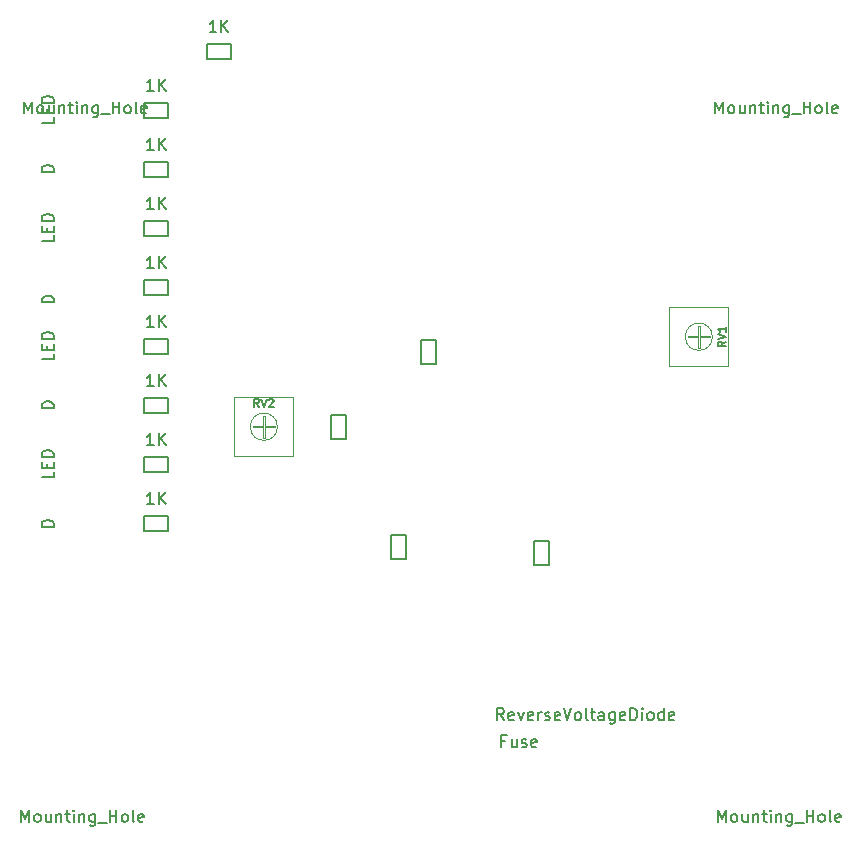
<source format=gbr>
G04 #@! TF.GenerationSoftware,KiCad,Pcbnew,5.0.0-rc2*
G04 #@! TF.CreationDate,2019-05-01T21:11:32-04:00*
G04 #@! TF.ProjectId,gassensor,67617373656E736F722E6B696361645F,rev?*
G04 #@! TF.SameCoordinates,Original*
G04 #@! TF.FileFunction,Other,Fab,Top*
%FSLAX46Y46*%
G04 Gerber Fmt 4.6, Leading zero omitted, Abs format (unit mm)*
G04 Created by KiCad (PCBNEW 5.0.0-rc2) date Wed May  1 21:11:32 2019*
%MOMM*%
%LPD*%
G01*
G04 APERTURE LIST*
%ADD10C,0.150000*%
%ADD11C,0.100000*%
G04 APERTURE END LIST*
D10*
G04 #@! TO.C,C1*
X130165000Y-108950000D02*
X128915000Y-108950000D01*
X130165000Y-106950000D02*
X130165000Y-108950000D01*
X128915000Y-106950000D02*
X130165000Y-106950000D01*
X128915000Y-108950000D02*
X128915000Y-106950000D01*
G04 #@! TO.C,C2*
X142230000Y-107458000D02*
X142230000Y-109458000D01*
X142230000Y-109458000D02*
X140980000Y-109458000D01*
X140980000Y-109458000D02*
X140980000Y-107458000D01*
X140980000Y-107458000D02*
X142230000Y-107458000D01*
G04 #@! TO.C,R1*
X131455000Y-92440000D02*
X131455000Y-90440000D01*
X131455000Y-90440000D02*
X132705000Y-90440000D01*
X132705000Y-90440000D02*
X132705000Y-92440000D01*
X132705000Y-92440000D02*
X131455000Y-92440000D01*
G04 #@! TO.C,R2*
X115300000Y-65415000D02*
X115300000Y-66665000D01*
X113300000Y-65415000D02*
X115300000Y-65415000D01*
X113300000Y-66665000D02*
X113300000Y-65415000D01*
X115300000Y-66665000D02*
X113300000Y-66665000D01*
G04 #@! TO.C,R3*
X110000000Y-71625000D02*
X108000000Y-71625000D01*
X108000000Y-71625000D02*
X108000000Y-70375000D01*
X108000000Y-70375000D02*
X110000000Y-70375000D01*
X110000000Y-70375000D02*
X110000000Y-71625000D01*
G04 #@! TO.C,R4*
X110000000Y-75375000D02*
X110000000Y-76625000D01*
X108000000Y-75375000D02*
X110000000Y-75375000D01*
X108000000Y-76625000D02*
X108000000Y-75375000D01*
X110000000Y-76625000D02*
X108000000Y-76625000D01*
G04 #@! TO.C,R5*
X110000000Y-81625000D02*
X108000000Y-81625000D01*
X108000000Y-81625000D02*
X108000000Y-80375000D01*
X108000000Y-80375000D02*
X110000000Y-80375000D01*
X110000000Y-80375000D02*
X110000000Y-81625000D01*
G04 #@! TO.C,R6*
X110000000Y-85375000D02*
X110000000Y-86625000D01*
X108000000Y-85375000D02*
X110000000Y-85375000D01*
X108000000Y-86625000D02*
X108000000Y-85375000D01*
X110000000Y-86625000D02*
X108000000Y-86625000D01*
G04 #@! TO.C,R7*
X110000000Y-91625000D02*
X108000000Y-91625000D01*
X108000000Y-91625000D02*
X108000000Y-90375000D01*
X108000000Y-90375000D02*
X110000000Y-90375000D01*
X110000000Y-90375000D02*
X110000000Y-91625000D01*
G04 #@! TO.C,R8*
X110000000Y-96625000D02*
X108000000Y-96625000D01*
X108000000Y-96625000D02*
X108000000Y-95375000D01*
X108000000Y-95375000D02*
X110000000Y-95375000D01*
X110000000Y-95375000D02*
X110000000Y-96625000D01*
G04 #@! TO.C,R9*
X110000000Y-101625000D02*
X108000000Y-101625000D01*
X108000000Y-101625000D02*
X108000000Y-100375000D01*
X108000000Y-100375000D02*
X110000000Y-100375000D01*
X110000000Y-100375000D02*
X110000000Y-101625000D01*
G04 #@! TO.C,R10*
X110000000Y-105375000D02*
X110000000Y-106625000D01*
X108000000Y-105375000D02*
X110000000Y-105375000D01*
X108000000Y-106625000D02*
X108000000Y-105375000D01*
X110000000Y-106625000D02*
X108000000Y-106625000D01*
D11*
G04 #@! TO.C,RV1*
X156090000Y-90170000D02*
G75*
G03X156090000Y-90170000I-1150000J0D01*
G01*
X157440000Y-87670000D02*
X152440000Y-87670000D01*
X152440000Y-87670000D02*
X152440000Y-92670000D01*
X152440000Y-92670000D02*
X157440000Y-92670000D01*
X157440000Y-92670000D02*
X157440000Y-87670000D01*
X154998000Y-89250000D02*
X154998000Y-90112000D01*
X154998000Y-90112000D02*
X155860000Y-90112000D01*
X155860000Y-90112000D02*
X155860000Y-90228000D01*
X155860000Y-90228000D02*
X154998000Y-90228000D01*
X154998000Y-90228000D02*
X154998000Y-91090000D01*
X154998000Y-91090000D02*
X154882000Y-91090000D01*
X154882000Y-91090000D02*
X154882000Y-90228000D01*
X154882000Y-90228000D02*
X154020000Y-90228000D01*
X154020000Y-90228000D02*
X154020000Y-90112000D01*
X154020000Y-90112000D02*
X154882000Y-90112000D01*
X154882000Y-90112000D02*
X154882000Y-89250000D01*
X154882000Y-89250000D02*
X154998000Y-89250000D01*
D10*
G04 #@! TO.C,R13*
X125085000Y-98790000D02*
X123835000Y-98790000D01*
X125085000Y-96790000D02*
X125085000Y-98790000D01*
X123835000Y-96790000D02*
X125085000Y-96790000D01*
X123835000Y-98790000D02*
X123835000Y-96790000D01*
D11*
G04 #@! TO.C,RV2*
X119260000Y-97790000D02*
G75*
G03X119260000Y-97790000I-1150000J0D01*
G01*
X115610000Y-95290000D02*
X115610000Y-100290000D01*
X115610000Y-100290000D02*
X120610000Y-100290000D01*
X120610000Y-100290000D02*
X120610000Y-95290000D01*
X120610000Y-95290000D02*
X115610000Y-95290000D01*
X117190000Y-97732000D02*
X118052000Y-97732000D01*
X118052000Y-97732000D02*
X118052000Y-96870000D01*
X118052000Y-96870000D02*
X118168000Y-96870000D01*
X118168000Y-96870000D02*
X118168000Y-97732000D01*
X118168000Y-97732000D02*
X119030000Y-97732000D01*
X119030000Y-97732000D02*
X119030000Y-97848000D01*
X119030000Y-97848000D02*
X118168000Y-97848000D01*
X118168000Y-97848000D02*
X118168000Y-98710000D01*
X118168000Y-98710000D02*
X118052000Y-98710000D01*
X118052000Y-98710000D02*
X118052000Y-97848000D01*
X118052000Y-97848000D02*
X117190000Y-97848000D01*
X117190000Y-97848000D02*
X117190000Y-97732000D01*
G04 #@! TD*
G04 #@! TO.C,D1*
D10*
X138436578Y-122623840D02*
X138103244Y-122147650D01*
X137865149Y-122623840D02*
X137865149Y-121623840D01*
X138246101Y-121623840D01*
X138341340Y-121671460D01*
X138388959Y-121719079D01*
X138436578Y-121814317D01*
X138436578Y-121957174D01*
X138388959Y-122052412D01*
X138341340Y-122100031D01*
X138246101Y-122147650D01*
X137865149Y-122147650D01*
X139246101Y-122576221D02*
X139150863Y-122623840D01*
X138960387Y-122623840D01*
X138865149Y-122576221D01*
X138817530Y-122480983D01*
X138817530Y-122100031D01*
X138865149Y-122004793D01*
X138960387Y-121957174D01*
X139150863Y-121957174D01*
X139246101Y-122004793D01*
X139293720Y-122100031D01*
X139293720Y-122195269D01*
X138817530Y-122290507D01*
X139627054Y-121957174D02*
X139865149Y-122623840D01*
X140103244Y-121957174D01*
X140865149Y-122576221D02*
X140769911Y-122623840D01*
X140579435Y-122623840D01*
X140484197Y-122576221D01*
X140436578Y-122480983D01*
X140436578Y-122100031D01*
X140484197Y-122004793D01*
X140579435Y-121957174D01*
X140769911Y-121957174D01*
X140865149Y-122004793D01*
X140912768Y-122100031D01*
X140912768Y-122195269D01*
X140436578Y-122290507D01*
X141341340Y-122623840D02*
X141341340Y-121957174D01*
X141341340Y-122147650D02*
X141388959Y-122052412D01*
X141436578Y-122004793D01*
X141531816Y-121957174D01*
X141627054Y-121957174D01*
X141912768Y-122576221D02*
X142008006Y-122623840D01*
X142198482Y-122623840D01*
X142293720Y-122576221D01*
X142341340Y-122480983D01*
X142341340Y-122433364D01*
X142293720Y-122338126D01*
X142198482Y-122290507D01*
X142055625Y-122290507D01*
X141960387Y-122242888D01*
X141912768Y-122147650D01*
X141912768Y-122100031D01*
X141960387Y-122004793D01*
X142055625Y-121957174D01*
X142198482Y-121957174D01*
X142293720Y-122004793D01*
X143150863Y-122576221D02*
X143055625Y-122623840D01*
X142865149Y-122623840D01*
X142769911Y-122576221D01*
X142722292Y-122480983D01*
X142722292Y-122100031D01*
X142769911Y-122004793D01*
X142865149Y-121957174D01*
X143055625Y-121957174D01*
X143150863Y-122004793D01*
X143198482Y-122100031D01*
X143198482Y-122195269D01*
X142722292Y-122290507D01*
X143484197Y-121623840D02*
X143817530Y-122623840D01*
X144150863Y-121623840D01*
X144627054Y-122623840D02*
X144531816Y-122576221D01*
X144484197Y-122528602D01*
X144436578Y-122433364D01*
X144436578Y-122147650D01*
X144484197Y-122052412D01*
X144531816Y-122004793D01*
X144627054Y-121957174D01*
X144769911Y-121957174D01*
X144865149Y-122004793D01*
X144912768Y-122052412D01*
X144960387Y-122147650D01*
X144960387Y-122433364D01*
X144912768Y-122528602D01*
X144865149Y-122576221D01*
X144769911Y-122623840D01*
X144627054Y-122623840D01*
X145531816Y-122623840D02*
X145436578Y-122576221D01*
X145388959Y-122480983D01*
X145388959Y-121623840D01*
X145769911Y-121957174D02*
X146150863Y-121957174D01*
X145912768Y-121623840D02*
X145912768Y-122480983D01*
X145960387Y-122576221D01*
X146055625Y-122623840D01*
X146150863Y-122623840D01*
X146912768Y-122623840D02*
X146912768Y-122100031D01*
X146865149Y-122004793D01*
X146769911Y-121957174D01*
X146579435Y-121957174D01*
X146484197Y-122004793D01*
X146912768Y-122576221D02*
X146817530Y-122623840D01*
X146579435Y-122623840D01*
X146484197Y-122576221D01*
X146436578Y-122480983D01*
X146436578Y-122385745D01*
X146484197Y-122290507D01*
X146579435Y-122242888D01*
X146817530Y-122242888D01*
X146912768Y-122195269D01*
X147817530Y-121957174D02*
X147817530Y-122766698D01*
X147769911Y-122861936D01*
X147722292Y-122909555D01*
X147627054Y-122957174D01*
X147484197Y-122957174D01*
X147388959Y-122909555D01*
X147817530Y-122576221D02*
X147722292Y-122623840D01*
X147531816Y-122623840D01*
X147436578Y-122576221D01*
X147388959Y-122528602D01*
X147341340Y-122433364D01*
X147341340Y-122147650D01*
X147388959Y-122052412D01*
X147436578Y-122004793D01*
X147531816Y-121957174D01*
X147722292Y-121957174D01*
X147817530Y-122004793D01*
X148674673Y-122576221D02*
X148579435Y-122623840D01*
X148388959Y-122623840D01*
X148293720Y-122576221D01*
X148246101Y-122480983D01*
X148246101Y-122100031D01*
X148293720Y-122004793D01*
X148388959Y-121957174D01*
X148579435Y-121957174D01*
X148674673Y-122004793D01*
X148722292Y-122100031D01*
X148722292Y-122195269D01*
X148246101Y-122290507D01*
X149150863Y-122623840D02*
X149150863Y-121623840D01*
X149388959Y-121623840D01*
X149531816Y-121671460D01*
X149627054Y-121766698D01*
X149674673Y-121861936D01*
X149722292Y-122052412D01*
X149722292Y-122195269D01*
X149674673Y-122385745D01*
X149627054Y-122480983D01*
X149531816Y-122576221D01*
X149388959Y-122623840D01*
X149150863Y-122623840D01*
X150150863Y-122623840D02*
X150150863Y-121957174D01*
X150150863Y-121623840D02*
X150103244Y-121671460D01*
X150150863Y-121719079D01*
X150198482Y-121671460D01*
X150150863Y-121623840D01*
X150150863Y-121719079D01*
X150769911Y-122623840D02*
X150674673Y-122576221D01*
X150627054Y-122528602D01*
X150579435Y-122433364D01*
X150579435Y-122147650D01*
X150627054Y-122052412D01*
X150674673Y-122004793D01*
X150769911Y-121957174D01*
X150912768Y-121957174D01*
X151008006Y-122004793D01*
X151055625Y-122052412D01*
X151103244Y-122147650D01*
X151103244Y-122433364D01*
X151055625Y-122528602D01*
X151008006Y-122576221D01*
X150912768Y-122623840D01*
X150769911Y-122623840D01*
X151960387Y-122623840D02*
X151960387Y-121623840D01*
X151960387Y-122576221D02*
X151865149Y-122623840D01*
X151674673Y-122623840D01*
X151579435Y-122576221D01*
X151531816Y-122528602D01*
X151484197Y-122433364D01*
X151484197Y-122147650D01*
X151531816Y-122052412D01*
X151579435Y-122004793D01*
X151674673Y-121957174D01*
X151865149Y-121957174D01*
X151960387Y-122004793D01*
X152817530Y-122576221D02*
X152722292Y-122623840D01*
X152531816Y-122623840D01*
X152436578Y-122576221D01*
X152388959Y-122480983D01*
X152388959Y-122100031D01*
X152436578Y-122004793D01*
X152531816Y-121957174D01*
X152722292Y-121957174D01*
X152817530Y-122004793D01*
X152865149Y-122100031D01*
X152865149Y-122195269D01*
X152388959Y-122290507D01*
G04 #@! TO.C,D3*
X100302380Y-71592857D02*
X100302380Y-72069047D01*
X99302380Y-72069047D01*
X99778571Y-71259523D02*
X99778571Y-70926190D01*
X100302380Y-70783333D02*
X100302380Y-71259523D01*
X99302380Y-71259523D01*
X99302380Y-70783333D01*
X100302380Y-70354761D02*
X99302380Y-70354761D01*
X99302380Y-70116666D01*
X99350000Y-69973809D01*
X99445238Y-69878571D01*
X99540476Y-69830952D01*
X99730952Y-69783333D01*
X99873809Y-69783333D01*
X100064285Y-69830952D01*
X100159523Y-69878571D01*
X100254761Y-69973809D01*
X100302380Y-70116666D01*
X100302380Y-70354761D01*
G04 #@! TO.C,D4*
X100302380Y-76211904D02*
X99302380Y-76211904D01*
X99302380Y-75973809D01*
X99350000Y-75830952D01*
X99445238Y-75735714D01*
X99540476Y-75688095D01*
X99730952Y-75640476D01*
X99873809Y-75640476D01*
X100064285Y-75688095D01*
X100159523Y-75735714D01*
X100254761Y-75830952D01*
X100302380Y-75973809D01*
X100302380Y-76211904D01*
G04 #@! TO.C,D5*
X100302380Y-81592857D02*
X100302380Y-82069047D01*
X99302380Y-82069047D01*
X99778571Y-81259523D02*
X99778571Y-80926190D01*
X100302380Y-80783333D02*
X100302380Y-81259523D01*
X99302380Y-81259523D01*
X99302380Y-80783333D01*
X100302380Y-80354761D02*
X99302380Y-80354761D01*
X99302380Y-80116666D01*
X99350000Y-79973809D01*
X99445238Y-79878571D01*
X99540476Y-79830952D01*
X99730952Y-79783333D01*
X99873809Y-79783333D01*
X100064285Y-79830952D01*
X100159523Y-79878571D01*
X100254761Y-79973809D01*
X100302380Y-80116666D01*
X100302380Y-80354761D01*
G04 #@! TO.C,D6*
X100332380Y-87251904D02*
X99332380Y-87251904D01*
X99332380Y-87013809D01*
X99380000Y-86870952D01*
X99475238Y-86775714D01*
X99570476Y-86728095D01*
X99760952Y-86680476D01*
X99903809Y-86680476D01*
X100094285Y-86728095D01*
X100189523Y-86775714D01*
X100284761Y-86870952D01*
X100332380Y-87013809D01*
X100332380Y-87251904D01*
G04 #@! TO.C,D7*
X100302380Y-91592857D02*
X100302380Y-92069047D01*
X99302380Y-92069047D01*
X99778571Y-91259523D02*
X99778571Y-90926190D01*
X100302380Y-90783333D02*
X100302380Y-91259523D01*
X99302380Y-91259523D01*
X99302380Y-90783333D01*
X100302380Y-90354761D02*
X99302380Y-90354761D01*
X99302380Y-90116666D01*
X99350000Y-89973809D01*
X99445238Y-89878571D01*
X99540476Y-89830952D01*
X99730952Y-89783333D01*
X99873809Y-89783333D01*
X100064285Y-89830952D01*
X100159523Y-89878571D01*
X100254761Y-89973809D01*
X100302380Y-90116666D01*
X100302380Y-90354761D01*
G04 #@! TO.C,D8*
X100302380Y-96211904D02*
X99302380Y-96211904D01*
X99302380Y-95973809D01*
X99350000Y-95830952D01*
X99445238Y-95735714D01*
X99540476Y-95688095D01*
X99730952Y-95640476D01*
X99873809Y-95640476D01*
X100064285Y-95688095D01*
X100159523Y-95735714D01*
X100254761Y-95830952D01*
X100302380Y-95973809D01*
X100302380Y-96211904D01*
G04 #@! TO.C,D9*
X100302380Y-101592857D02*
X100302380Y-102069047D01*
X99302380Y-102069047D01*
X99778571Y-101259523D02*
X99778571Y-100926190D01*
X100302380Y-100783333D02*
X100302380Y-101259523D01*
X99302380Y-101259523D01*
X99302380Y-100783333D01*
X100302380Y-100354761D02*
X99302380Y-100354761D01*
X99302380Y-100116666D01*
X99350000Y-99973809D01*
X99445238Y-99878571D01*
X99540476Y-99830952D01*
X99730952Y-99783333D01*
X99873809Y-99783333D01*
X100064285Y-99830952D01*
X100159523Y-99878571D01*
X100254761Y-99973809D01*
X100302380Y-100116666D01*
X100302380Y-100354761D01*
G04 #@! TO.C,D10*
X100302380Y-106251904D02*
X99302380Y-106251904D01*
X99302380Y-106013809D01*
X99350000Y-105870952D01*
X99445238Y-105775714D01*
X99540476Y-105728095D01*
X99730952Y-105680476D01*
X99873809Y-105680476D01*
X100064285Y-105728095D01*
X100159523Y-105775714D01*
X100254761Y-105870952D01*
X100302380Y-106013809D01*
X100302380Y-106251904D01*
G04 #@! TO.C,F1*
X138557142Y-124388571D02*
X138223809Y-124388571D01*
X138223809Y-124912380D02*
X138223809Y-123912380D01*
X138700000Y-123912380D01*
X139509523Y-124245714D02*
X139509523Y-124912380D01*
X139080952Y-124245714D02*
X139080952Y-124769523D01*
X139128571Y-124864761D01*
X139223809Y-124912380D01*
X139366666Y-124912380D01*
X139461904Y-124864761D01*
X139509523Y-124817142D01*
X139938095Y-124864761D02*
X140033333Y-124912380D01*
X140223809Y-124912380D01*
X140319047Y-124864761D01*
X140366666Y-124769523D01*
X140366666Y-124721904D01*
X140319047Y-124626666D01*
X140223809Y-124579047D01*
X140080952Y-124579047D01*
X139985714Y-124531428D01*
X139938095Y-124436190D01*
X139938095Y-124388571D01*
X139985714Y-124293333D01*
X140080952Y-124245714D01*
X140223809Y-124245714D01*
X140319047Y-124293333D01*
X141176190Y-124864761D02*
X141080952Y-124912380D01*
X140890476Y-124912380D01*
X140795238Y-124864761D01*
X140747619Y-124769523D01*
X140747619Y-124388571D01*
X140795238Y-124293333D01*
X140890476Y-124245714D01*
X141080952Y-124245714D01*
X141176190Y-124293333D01*
X141223809Y-124388571D01*
X141223809Y-124483809D01*
X140747619Y-124579047D01*
G04 #@! TO.C,R2*
X114085714Y-64392380D02*
X113514285Y-64392380D01*
X113799999Y-64392380D02*
X113799999Y-63392380D01*
X113704761Y-63535238D01*
X113609523Y-63630476D01*
X113514285Y-63678095D01*
X114514285Y-64392380D02*
X114514285Y-63392380D01*
X115085714Y-64392380D02*
X114657142Y-63820952D01*
X115085714Y-63392380D02*
X114514285Y-63963809D01*
G04 #@! TO.C,R3*
X108785714Y-69352380D02*
X108214285Y-69352380D01*
X108499999Y-69352380D02*
X108499999Y-68352380D01*
X108404761Y-68495238D01*
X108309523Y-68590476D01*
X108214285Y-68638095D01*
X109214285Y-69352380D02*
X109214285Y-68352380D01*
X109785714Y-69352380D02*
X109357142Y-68780952D01*
X109785714Y-68352380D02*
X109214285Y-68923809D01*
G04 #@! TO.C,R4*
X108785714Y-74352380D02*
X108214285Y-74352380D01*
X108499999Y-74352380D02*
X108499999Y-73352380D01*
X108404761Y-73495238D01*
X108309523Y-73590476D01*
X108214285Y-73638095D01*
X109214285Y-74352380D02*
X109214285Y-73352380D01*
X109785714Y-74352380D02*
X109357142Y-73780952D01*
X109785714Y-73352380D02*
X109214285Y-73923809D01*
G04 #@! TO.C,R5*
X108785714Y-79352380D02*
X108214285Y-79352380D01*
X108499999Y-79352380D02*
X108499999Y-78352380D01*
X108404761Y-78495238D01*
X108309523Y-78590476D01*
X108214285Y-78638095D01*
X109214285Y-79352380D02*
X109214285Y-78352380D01*
X109785714Y-79352380D02*
X109357142Y-78780952D01*
X109785714Y-78352380D02*
X109214285Y-78923809D01*
G04 #@! TO.C,R6*
X108785714Y-84352380D02*
X108214285Y-84352380D01*
X108499999Y-84352380D02*
X108499999Y-83352380D01*
X108404761Y-83495238D01*
X108309523Y-83590476D01*
X108214285Y-83638095D01*
X109214285Y-84352380D02*
X109214285Y-83352380D01*
X109785714Y-84352380D02*
X109357142Y-83780952D01*
X109785714Y-83352380D02*
X109214285Y-83923809D01*
G04 #@! TO.C,R7*
X108785714Y-89352380D02*
X108214285Y-89352380D01*
X108499999Y-89352380D02*
X108499999Y-88352380D01*
X108404761Y-88495238D01*
X108309523Y-88590476D01*
X108214285Y-88638095D01*
X109214285Y-89352380D02*
X109214285Y-88352380D01*
X109785714Y-89352380D02*
X109357142Y-88780952D01*
X109785714Y-88352380D02*
X109214285Y-88923809D01*
G04 #@! TO.C,R8*
X108785714Y-94352380D02*
X108214285Y-94352380D01*
X108499999Y-94352380D02*
X108499999Y-93352380D01*
X108404761Y-93495238D01*
X108309523Y-93590476D01*
X108214285Y-93638095D01*
X109214285Y-94352380D02*
X109214285Y-93352380D01*
X109785714Y-94352380D02*
X109357142Y-93780952D01*
X109785714Y-93352380D02*
X109214285Y-93923809D01*
G04 #@! TO.C,R9*
X108785714Y-99352380D02*
X108214285Y-99352380D01*
X108499999Y-99352380D02*
X108499999Y-98352380D01*
X108404761Y-98495238D01*
X108309523Y-98590476D01*
X108214285Y-98638095D01*
X109214285Y-99352380D02*
X109214285Y-98352380D01*
X109785714Y-99352380D02*
X109357142Y-98780952D01*
X109785714Y-98352380D02*
X109214285Y-98923809D01*
G04 #@! TO.C,R10*
X108785714Y-104352380D02*
X108214285Y-104352380D01*
X108499999Y-104352380D02*
X108499999Y-103352380D01*
X108404761Y-103495238D01*
X108309523Y-103590476D01*
X108214285Y-103638095D01*
X109214285Y-104352380D02*
X109214285Y-103352380D01*
X109785714Y-104352380D02*
X109357142Y-103780952D01*
X109785714Y-103352380D02*
X109214285Y-103923809D01*
G04 #@! TO.C,RV1*
X157247619Y-90574761D02*
X156923809Y-90801428D01*
X157247619Y-90963333D02*
X156567619Y-90963333D01*
X156567619Y-90704285D01*
X156599999Y-90639523D01*
X156632380Y-90607142D01*
X156697142Y-90574761D01*
X156794285Y-90574761D01*
X156859047Y-90607142D01*
X156891428Y-90639523D01*
X156923809Y-90704285D01*
X156923809Y-90963333D01*
X156567619Y-90380476D02*
X157247619Y-90153809D01*
X156567619Y-89927142D01*
X157247619Y-89344285D02*
X157247619Y-89732857D01*
X157247619Y-89538571D02*
X156567619Y-89538571D01*
X156664761Y-89603333D01*
X156729523Y-89668095D01*
X156761904Y-89732857D01*
G04 #@! TO.C,RV2*
X117705238Y-96097619D02*
X117478571Y-95773809D01*
X117316666Y-96097619D02*
X117316666Y-95417619D01*
X117575714Y-95417619D01*
X117640476Y-95450000D01*
X117672857Y-95482380D01*
X117705238Y-95547142D01*
X117705238Y-95644285D01*
X117672857Y-95709047D01*
X117640476Y-95741428D01*
X117575714Y-95773809D01*
X117316666Y-95773809D01*
X117899523Y-95417619D02*
X118126190Y-96097619D01*
X118352857Y-95417619D01*
X118547142Y-95482380D02*
X118579523Y-95450000D01*
X118644285Y-95417619D01*
X118806190Y-95417619D01*
X118870952Y-95450000D01*
X118903333Y-95482380D01*
X118935714Y-95547142D01*
X118935714Y-95611904D01*
X118903333Y-95709047D01*
X118514761Y-96097619D01*
X118935714Y-96097619D01*
G04 #@! TO.C,MK1*
X97833333Y-71252380D02*
X97833333Y-70252380D01*
X98166666Y-70966666D01*
X98499999Y-70252380D01*
X98499999Y-71252380D01*
X99119047Y-71252380D02*
X99023809Y-71204761D01*
X98976190Y-71157142D01*
X98928571Y-71061904D01*
X98928571Y-70776190D01*
X98976190Y-70680952D01*
X99023809Y-70633333D01*
X99119047Y-70585714D01*
X99261904Y-70585714D01*
X99357142Y-70633333D01*
X99404761Y-70680952D01*
X99452380Y-70776190D01*
X99452380Y-71061904D01*
X99404761Y-71157142D01*
X99357142Y-71204761D01*
X99261904Y-71252380D01*
X99119047Y-71252380D01*
X100309523Y-70585714D02*
X100309523Y-71252380D01*
X99880952Y-70585714D02*
X99880952Y-71109523D01*
X99928571Y-71204761D01*
X100023809Y-71252380D01*
X100166666Y-71252380D01*
X100261904Y-71204761D01*
X100309523Y-71157142D01*
X100785714Y-70585714D02*
X100785714Y-71252380D01*
X100785714Y-70680952D02*
X100833333Y-70633333D01*
X100928571Y-70585714D01*
X101071428Y-70585714D01*
X101166666Y-70633333D01*
X101214285Y-70728571D01*
X101214285Y-71252380D01*
X101547619Y-70585714D02*
X101928571Y-70585714D01*
X101690476Y-70252380D02*
X101690476Y-71109523D01*
X101738095Y-71204761D01*
X101833333Y-71252380D01*
X101928571Y-71252380D01*
X102261904Y-71252380D02*
X102261904Y-70585714D01*
X102261904Y-70252380D02*
X102214285Y-70300000D01*
X102261904Y-70347619D01*
X102309523Y-70300000D01*
X102261904Y-70252380D01*
X102261904Y-70347619D01*
X102738095Y-70585714D02*
X102738095Y-71252380D01*
X102738095Y-70680952D02*
X102785714Y-70633333D01*
X102880952Y-70585714D01*
X103023809Y-70585714D01*
X103119047Y-70633333D01*
X103166666Y-70728571D01*
X103166666Y-71252380D01*
X104071428Y-70585714D02*
X104071428Y-71395238D01*
X104023809Y-71490476D01*
X103976190Y-71538095D01*
X103880952Y-71585714D01*
X103738095Y-71585714D01*
X103642857Y-71538095D01*
X104071428Y-71204761D02*
X103976190Y-71252380D01*
X103785714Y-71252380D01*
X103690476Y-71204761D01*
X103642857Y-71157142D01*
X103595238Y-71061904D01*
X103595238Y-70776190D01*
X103642857Y-70680952D01*
X103690476Y-70633333D01*
X103785714Y-70585714D01*
X103976190Y-70585714D01*
X104071428Y-70633333D01*
X104309523Y-71347619D02*
X105071428Y-71347619D01*
X105309523Y-71252380D02*
X105309523Y-70252380D01*
X105309523Y-70728571D02*
X105880952Y-70728571D01*
X105880952Y-71252380D02*
X105880952Y-70252380D01*
X106499999Y-71252380D02*
X106404761Y-71204761D01*
X106357142Y-71157142D01*
X106309523Y-71061904D01*
X106309523Y-70776190D01*
X106357142Y-70680952D01*
X106404761Y-70633333D01*
X106499999Y-70585714D01*
X106642857Y-70585714D01*
X106738095Y-70633333D01*
X106785714Y-70680952D01*
X106833333Y-70776190D01*
X106833333Y-71061904D01*
X106785714Y-71157142D01*
X106738095Y-71204761D01*
X106642857Y-71252380D01*
X106499999Y-71252380D01*
X107404761Y-71252380D02*
X107309523Y-71204761D01*
X107261904Y-71109523D01*
X107261904Y-70252380D01*
X108166666Y-71204761D02*
X108071428Y-71252380D01*
X107880952Y-71252380D01*
X107785714Y-71204761D01*
X107738095Y-71109523D01*
X107738095Y-70728571D01*
X107785714Y-70633333D01*
X107880952Y-70585714D01*
X108071428Y-70585714D01*
X108166666Y-70633333D01*
X108214285Y-70728571D01*
X108214285Y-70823809D01*
X107738095Y-70919047D01*
G04 #@! TO.C,MK2*
X97583333Y-131252380D02*
X97583333Y-130252380D01*
X97916666Y-130966666D01*
X98249999Y-130252380D01*
X98249999Y-131252380D01*
X98869047Y-131252380D02*
X98773809Y-131204761D01*
X98726190Y-131157142D01*
X98678571Y-131061904D01*
X98678571Y-130776190D01*
X98726190Y-130680952D01*
X98773809Y-130633333D01*
X98869047Y-130585714D01*
X99011904Y-130585714D01*
X99107142Y-130633333D01*
X99154761Y-130680952D01*
X99202380Y-130776190D01*
X99202380Y-131061904D01*
X99154761Y-131157142D01*
X99107142Y-131204761D01*
X99011904Y-131252380D01*
X98869047Y-131252380D01*
X100059523Y-130585714D02*
X100059523Y-131252380D01*
X99630952Y-130585714D02*
X99630952Y-131109523D01*
X99678571Y-131204761D01*
X99773809Y-131252380D01*
X99916666Y-131252380D01*
X100011904Y-131204761D01*
X100059523Y-131157142D01*
X100535714Y-130585714D02*
X100535714Y-131252380D01*
X100535714Y-130680952D02*
X100583333Y-130633333D01*
X100678571Y-130585714D01*
X100821428Y-130585714D01*
X100916666Y-130633333D01*
X100964285Y-130728571D01*
X100964285Y-131252380D01*
X101297619Y-130585714D02*
X101678571Y-130585714D01*
X101440476Y-130252380D02*
X101440476Y-131109523D01*
X101488095Y-131204761D01*
X101583333Y-131252380D01*
X101678571Y-131252380D01*
X102011904Y-131252380D02*
X102011904Y-130585714D01*
X102011904Y-130252380D02*
X101964285Y-130300000D01*
X102011904Y-130347619D01*
X102059523Y-130300000D01*
X102011904Y-130252380D01*
X102011904Y-130347619D01*
X102488095Y-130585714D02*
X102488095Y-131252380D01*
X102488095Y-130680952D02*
X102535714Y-130633333D01*
X102630952Y-130585714D01*
X102773809Y-130585714D01*
X102869047Y-130633333D01*
X102916666Y-130728571D01*
X102916666Y-131252380D01*
X103821428Y-130585714D02*
X103821428Y-131395238D01*
X103773809Y-131490476D01*
X103726190Y-131538095D01*
X103630952Y-131585714D01*
X103488095Y-131585714D01*
X103392857Y-131538095D01*
X103821428Y-131204761D02*
X103726190Y-131252380D01*
X103535714Y-131252380D01*
X103440476Y-131204761D01*
X103392857Y-131157142D01*
X103345238Y-131061904D01*
X103345238Y-130776190D01*
X103392857Y-130680952D01*
X103440476Y-130633333D01*
X103535714Y-130585714D01*
X103726190Y-130585714D01*
X103821428Y-130633333D01*
X104059523Y-131347619D02*
X104821428Y-131347619D01*
X105059523Y-131252380D02*
X105059523Y-130252380D01*
X105059523Y-130728571D02*
X105630952Y-130728571D01*
X105630952Y-131252380D02*
X105630952Y-130252380D01*
X106249999Y-131252380D02*
X106154761Y-131204761D01*
X106107142Y-131157142D01*
X106059523Y-131061904D01*
X106059523Y-130776190D01*
X106107142Y-130680952D01*
X106154761Y-130633333D01*
X106249999Y-130585714D01*
X106392857Y-130585714D01*
X106488095Y-130633333D01*
X106535714Y-130680952D01*
X106583333Y-130776190D01*
X106583333Y-131061904D01*
X106535714Y-131157142D01*
X106488095Y-131204761D01*
X106392857Y-131252380D01*
X106249999Y-131252380D01*
X107154761Y-131252380D02*
X107059523Y-131204761D01*
X107011904Y-131109523D01*
X107011904Y-130252380D01*
X107916666Y-131204761D02*
X107821428Y-131252380D01*
X107630952Y-131252380D01*
X107535714Y-131204761D01*
X107488095Y-131109523D01*
X107488095Y-130728571D01*
X107535714Y-130633333D01*
X107630952Y-130585714D01*
X107821428Y-130585714D01*
X107916666Y-130633333D01*
X107964285Y-130728571D01*
X107964285Y-130823809D01*
X107488095Y-130919047D01*
G04 #@! TO.C,MK3*
X156583333Y-131252380D02*
X156583333Y-130252380D01*
X156916666Y-130966666D01*
X157249999Y-130252380D01*
X157249999Y-131252380D01*
X157869047Y-131252380D02*
X157773809Y-131204761D01*
X157726190Y-131157142D01*
X157678571Y-131061904D01*
X157678571Y-130776190D01*
X157726190Y-130680952D01*
X157773809Y-130633333D01*
X157869047Y-130585714D01*
X158011904Y-130585714D01*
X158107142Y-130633333D01*
X158154761Y-130680952D01*
X158202380Y-130776190D01*
X158202380Y-131061904D01*
X158154761Y-131157142D01*
X158107142Y-131204761D01*
X158011904Y-131252380D01*
X157869047Y-131252380D01*
X159059523Y-130585714D02*
X159059523Y-131252380D01*
X158630952Y-130585714D02*
X158630952Y-131109523D01*
X158678571Y-131204761D01*
X158773809Y-131252380D01*
X158916666Y-131252380D01*
X159011904Y-131204761D01*
X159059523Y-131157142D01*
X159535714Y-130585714D02*
X159535714Y-131252380D01*
X159535714Y-130680952D02*
X159583333Y-130633333D01*
X159678571Y-130585714D01*
X159821428Y-130585714D01*
X159916666Y-130633333D01*
X159964285Y-130728571D01*
X159964285Y-131252380D01*
X160297619Y-130585714D02*
X160678571Y-130585714D01*
X160440476Y-130252380D02*
X160440476Y-131109523D01*
X160488095Y-131204761D01*
X160583333Y-131252380D01*
X160678571Y-131252380D01*
X161011904Y-131252380D02*
X161011904Y-130585714D01*
X161011904Y-130252380D02*
X160964285Y-130300000D01*
X161011904Y-130347619D01*
X161059523Y-130300000D01*
X161011904Y-130252380D01*
X161011904Y-130347619D01*
X161488095Y-130585714D02*
X161488095Y-131252380D01*
X161488095Y-130680952D02*
X161535714Y-130633333D01*
X161630952Y-130585714D01*
X161773809Y-130585714D01*
X161869047Y-130633333D01*
X161916666Y-130728571D01*
X161916666Y-131252380D01*
X162821428Y-130585714D02*
X162821428Y-131395238D01*
X162773809Y-131490476D01*
X162726190Y-131538095D01*
X162630952Y-131585714D01*
X162488095Y-131585714D01*
X162392857Y-131538095D01*
X162821428Y-131204761D02*
X162726190Y-131252380D01*
X162535714Y-131252380D01*
X162440476Y-131204761D01*
X162392857Y-131157142D01*
X162345238Y-131061904D01*
X162345238Y-130776190D01*
X162392857Y-130680952D01*
X162440476Y-130633333D01*
X162535714Y-130585714D01*
X162726190Y-130585714D01*
X162821428Y-130633333D01*
X163059523Y-131347619D02*
X163821428Y-131347619D01*
X164059523Y-131252380D02*
X164059523Y-130252380D01*
X164059523Y-130728571D02*
X164630952Y-130728571D01*
X164630952Y-131252380D02*
X164630952Y-130252380D01*
X165249999Y-131252380D02*
X165154761Y-131204761D01*
X165107142Y-131157142D01*
X165059523Y-131061904D01*
X165059523Y-130776190D01*
X165107142Y-130680952D01*
X165154761Y-130633333D01*
X165249999Y-130585714D01*
X165392857Y-130585714D01*
X165488095Y-130633333D01*
X165535714Y-130680952D01*
X165583333Y-130776190D01*
X165583333Y-131061904D01*
X165535714Y-131157142D01*
X165488095Y-131204761D01*
X165392857Y-131252380D01*
X165249999Y-131252380D01*
X166154761Y-131252380D02*
X166059523Y-131204761D01*
X166011904Y-131109523D01*
X166011904Y-130252380D01*
X166916666Y-131204761D02*
X166821428Y-131252380D01*
X166630952Y-131252380D01*
X166535714Y-131204761D01*
X166488095Y-131109523D01*
X166488095Y-130728571D01*
X166535714Y-130633333D01*
X166630952Y-130585714D01*
X166821428Y-130585714D01*
X166916666Y-130633333D01*
X166964285Y-130728571D01*
X166964285Y-130823809D01*
X166488095Y-130919047D01*
G04 #@! TO.C,MK4*
X156333333Y-71252380D02*
X156333333Y-70252380D01*
X156666666Y-70966666D01*
X156999999Y-70252380D01*
X156999999Y-71252380D01*
X157619047Y-71252380D02*
X157523809Y-71204761D01*
X157476190Y-71157142D01*
X157428571Y-71061904D01*
X157428571Y-70776190D01*
X157476190Y-70680952D01*
X157523809Y-70633333D01*
X157619047Y-70585714D01*
X157761904Y-70585714D01*
X157857142Y-70633333D01*
X157904761Y-70680952D01*
X157952380Y-70776190D01*
X157952380Y-71061904D01*
X157904761Y-71157142D01*
X157857142Y-71204761D01*
X157761904Y-71252380D01*
X157619047Y-71252380D01*
X158809523Y-70585714D02*
X158809523Y-71252380D01*
X158380952Y-70585714D02*
X158380952Y-71109523D01*
X158428571Y-71204761D01*
X158523809Y-71252380D01*
X158666666Y-71252380D01*
X158761904Y-71204761D01*
X158809523Y-71157142D01*
X159285714Y-70585714D02*
X159285714Y-71252380D01*
X159285714Y-70680952D02*
X159333333Y-70633333D01*
X159428571Y-70585714D01*
X159571428Y-70585714D01*
X159666666Y-70633333D01*
X159714285Y-70728571D01*
X159714285Y-71252380D01*
X160047619Y-70585714D02*
X160428571Y-70585714D01*
X160190476Y-70252380D02*
X160190476Y-71109523D01*
X160238095Y-71204761D01*
X160333333Y-71252380D01*
X160428571Y-71252380D01*
X160761904Y-71252380D02*
X160761904Y-70585714D01*
X160761904Y-70252380D02*
X160714285Y-70300000D01*
X160761904Y-70347619D01*
X160809523Y-70300000D01*
X160761904Y-70252380D01*
X160761904Y-70347619D01*
X161238095Y-70585714D02*
X161238095Y-71252380D01*
X161238095Y-70680952D02*
X161285714Y-70633333D01*
X161380952Y-70585714D01*
X161523809Y-70585714D01*
X161619047Y-70633333D01*
X161666666Y-70728571D01*
X161666666Y-71252380D01*
X162571428Y-70585714D02*
X162571428Y-71395238D01*
X162523809Y-71490476D01*
X162476190Y-71538095D01*
X162380952Y-71585714D01*
X162238095Y-71585714D01*
X162142857Y-71538095D01*
X162571428Y-71204761D02*
X162476190Y-71252380D01*
X162285714Y-71252380D01*
X162190476Y-71204761D01*
X162142857Y-71157142D01*
X162095238Y-71061904D01*
X162095238Y-70776190D01*
X162142857Y-70680952D01*
X162190476Y-70633333D01*
X162285714Y-70585714D01*
X162476190Y-70585714D01*
X162571428Y-70633333D01*
X162809523Y-71347619D02*
X163571428Y-71347619D01*
X163809523Y-71252380D02*
X163809523Y-70252380D01*
X163809523Y-70728571D02*
X164380952Y-70728571D01*
X164380952Y-71252380D02*
X164380952Y-70252380D01*
X164999999Y-71252380D02*
X164904761Y-71204761D01*
X164857142Y-71157142D01*
X164809523Y-71061904D01*
X164809523Y-70776190D01*
X164857142Y-70680952D01*
X164904761Y-70633333D01*
X164999999Y-70585714D01*
X165142857Y-70585714D01*
X165238095Y-70633333D01*
X165285714Y-70680952D01*
X165333333Y-70776190D01*
X165333333Y-71061904D01*
X165285714Y-71157142D01*
X165238095Y-71204761D01*
X165142857Y-71252380D01*
X164999999Y-71252380D01*
X165904761Y-71252380D02*
X165809523Y-71204761D01*
X165761904Y-71109523D01*
X165761904Y-70252380D01*
X166666666Y-71204761D02*
X166571428Y-71252380D01*
X166380952Y-71252380D01*
X166285714Y-71204761D01*
X166238095Y-71109523D01*
X166238095Y-70728571D01*
X166285714Y-70633333D01*
X166380952Y-70585714D01*
X166571428Y-70585714D01*
X166666666Y-70633333D01*
X166714285Y-70728571D01*
X166714285Y-70823809D01*
X166238095Y-70919047D01*
G04 #@! TD*
M02*

</source>
